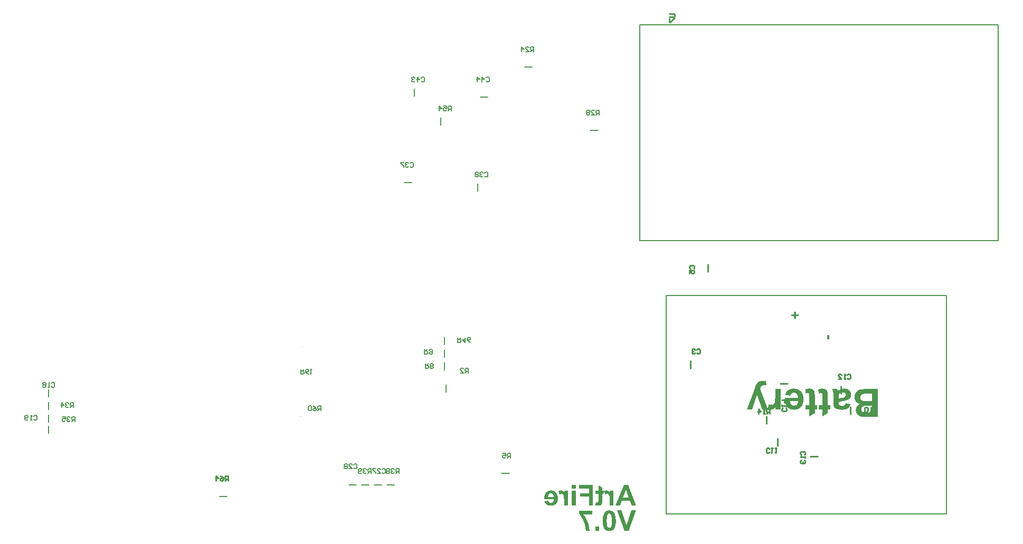
<source format=gbo>
%FSLAX25Y25*%
%MOIN*%
G70*
G01*
G75*
G04 Layer_Color=32896*
%ADD10R,0.02362X0.05512*%
%ADD11R,0.02362X0.07087*%
G04:AMPARAMS|DCode=12|XSize=74.8mil|YSize=125.98mil|CornerRadius=0mil|HoleSize=0mil|Usage=FLASHONLY|Rotation=180.000|XOffset=0mil|YOffset=0mil|HoleType=Round|Shape=Octagon|*
%AMOCTAGOND12*
4,1,8,0.01870,-0.06299,-0.01870,-0.06299,-0.03740,-0.04429,-0.03740,0.04429,-0.01870,0.06299,0.01870,0.06299,0.03740,0.04429,0.03740,-0.04429,0.01870,-0.06299,0.0*
%
%ADD12OCTAGOND12*%

%ADD13R,0.16339X0.07284*%
%ADD14R,0.08465X0.11221*%
%ADD15R,0.11221X0.08465*%
%ADD16R,0.04724X0.05512*%
%ADD17R,0.05512X0.04724*%
%ADD18R,0.06693X0.06693*%
%ADD19R,0.21654X0.09843*%
%ADD20O,0.05709X0.02362*%
%ADD21R,0.09921X0.13425*%
%ADD22R,0.02362X0.04134*%
%ADD23O,0.00984X0.06102*%
%ADD24O,0.06102X0.00984*%
%ADD25R,0.03150X0.07874*%
%ADD26R,0.07087X0.09449*%
%ADD27R,0.03543X0.03740*%
%ADD28R,0.02362X0.03347*%
%ADD29R,0.40945X0.31496*%
%ADD30R,0.03937X0.11417*%
%ADD31R,0.09449X0.07087*%
G04:AMPARAMS|DCode=32|XSize=25.59mil|YSize=64.96mil|CornerRadius=1.92mil|HoleSize=0mil|Usage=FLASHONLY|Rotation=0.000|XOffset=0mil|YOffset=0mil|HoleType=Round|Shape=RoundedRectangle|*
%AMROUNDEDRECTD32*
21,1,0.02559,0.06112,0,0,0.0*
21,1,0.02175,0.06496,0,0,0.0*
1,1,0.00384,0.01088,-0.03056*
1,1,0.00384,-0.01088,-0.03056*
1,1,0.00384,-0.01088,0.03056*
1,1,0.00384,0.01088,0.03056*
%
%ADD32ROUNDEDRECTD32*%
%ADD33O,0.02756X0.09843*%
G04:AMPARAMS|DCode=34|XSize=11.81mil|YSize=59.06mil|CornerRadius=2.95mil|HoleSize=0mil|Usage=FLASHONLY|Rotation=0.000|XOffset=0mil|YOffset=0mil|HoleType=Round|Shape=RoundedRectangle|*
%AMROUNDEDRECTD34*
21,1,0.01181,0.05315,0,0,0.0*
21,1,0.00591,0.05906,0,0,0.0*
1,1,0.00591,0.00295,-0.02658*
1,1,0.00591,-0.00295,-0.02658*
1,1,0.00591,-0.00295,0.02658*
1,1,0.00591,0.00295,0.02658*
%
%ADD34ROUNDEDRECTD34*%
G04:AMPARAMS|DCode=35|XSize=11.81mil|YSize=59.06mil|CornerRadius=2.95mil|HoleSize=0mil|Usage=FLASHONLY|Rotation=270.000|XOffset=0mil|YOffset=0mil|HoleType=Round|Shape=RoundedRectangle|*
%AMROUNDEDRECTD35*
21,1,0.01181,0.05315,0,0,270.0*
21,1,0.00591,0.05906,0,0,270.0*
1,1,0.00591,-0.02658,-0.00295*
1,1,0.00591,-0.02658,0.00295*
1,1,0.00591,0.02658,0.00295*
1,1,0.00591,0.02658,-0.00295*
%
%ADD35ROUNDEDRECTD35*%
%ADD36R,0.09449X0.12992*%
%ADD37R,0.09449X0.03937*%
%ADD38O,0.08661X0.02362*%
%ADD39R,0.07874X0.02992*%
%ADD40O,0.08858X0.02362*%
%ADD41R,0.02362X0.04528*%
%ADD42R,0.03543X0.07087*%
%ADD43R,0.21654X0.23228*%
%ADD44R,0.04528X0.02362*%
%ADD45R,0.19685X0.31496*%
%ADD46R,0.20276X0.09252*%
%ADD47R,0.09843X0.05512*%
%ADD48R,0.07874X0.03150*%
%ADD49R,0.05118X0.03937*%
%ADD50R,0.13780X0.13780*%
%ADD51O,0.07480X0.02362*%
%ADD52C,0.02000*%
%ADD53C,0.01000*%
%ADD54C,0.02500*%
%ADD55C,0.04000*%
%ADD56C,0.10000*%
%ADD57C,0.12000*%
%ADD58C,0.05000*%
%ADD59R,0.12000X0.04000*%
%ADD60C,0.09000*%
%ADD61C,0.07874*%
%ADD62C,0.06299*%
%ADD63C,0.05906*%
%ADD64R,0.05906X0.05906*%
%ADD65R,0.05906X0.05906*%
%ADD66C,0.11811*%
%ADD67C,0.19685*%
%ADD68R,0.07874X0.07874*%
%ADD69O,0.07874X0.03937*%
%ADD70O,0.07874X0.03937*%
%ADD71C,0.10000*%
%ADD72C,0.11000*%
%ADD73C,0.15748*%
%ADD74C,0.07284*%
%ADD75R,0.07284X0.07284*%
%ADD76C,0.01969*%
%ADD77C,0.01600*%
%ADD78C,0.03000*%
%ADD79C,0.05000*%
%ADD80C,0.02400*%
%ADD81C,0.04000*%
%ADD82C,0.01500*%
%ADD83C,0.03600*%
%ADD84C,0.06000*%
%ADD85C,0.07000*%
%ADD86R,0.02165X0.03543*%
%ADD87R,0.12598X0.20472*%
%ADD88R,0.26000X0.07090*%
%ADD89R,0.26000X0.05438*%
%ADD90R,0.13000X0.05000*%
%ADD91R,0.06500X0.13000*%
%ADD92C,0.00984*%
%ADD93C,0.02362*%
%ADD94C,0.01969*%
%ADD95C,0.00787*%
%ADD96C,0.00600*%
%ADD97C,0.00800*%
%ADD98R,0.03162X0.06312*%
%ADD99R,0.03162X0.07887*%
G04:AMPARAMS|DCode=100|XSize=82.8mil|YSize=133.98mil|CornerRadius=0mil|HoleSize=0mil|Usage=FLASHONLY|Rotation=180.000|XOffset=0mil|YOffset=0mil|HoleType=Round|Shape=Octagon|*
%AMOCTAGOND100*
4,1,8,0.02070,-0.06699,-0.02070,-0.06699,-0.04140,-0.04629,-0.04140,0.04629,-0.02070,0.06699,0.02070,0.06699,0.04140,0.04629,0.04140,-0.04629,0.02070,-0.06699,0.0*
%
%ADD100OCTAGOND100*%

%ADD101R,0.17139X0.08083*%
%ADD102R,0.09265X0.12020*%
%ADD103R,0.12020X0.09265*%
%ADD104R,0.05524X0.06312*%
%ADD105R,0.06312X0.05524*%
%ADD106R,0.07493X0.07493*%
%ADD107R,0.22453X0.10642*%
%ADD108O,0.06509X0.03162*%
%ADD109R,0.10721X0.14225*%
%ADD110R,0.03162X0.04934*%
%ADD111O,0.01784X0.06902*%
%ADD112O,0.06902X0.01784*%
%ADD113R,0.03950X0.08674*%
%ADD114R,0.07887X0.10249*%
%ADD115R,0.04343X0.04540*%
%ADD116R,0.03162X0.04147*%
%ADD117R,0.41745X0.32296*%
%ADD118R,0.04737X0.12217*%
%ADD119R,0.10249X0.07887*%
G04:AMPARAMS|DCode=120|XSize=33.59mil|YSize=72.96mil|CornerRadius=5.92mil|HoleSize=0mil|Usage=FLASHONLY|Rotation=0.000|XOffset=0mil|YOffset=0mil|HoleType=Round|Shape=RoundedRectangle|*
%AMROUNDEDRECTD120*
21,1,0.03359,0.06112,0,0,0.0*
21,1,0.02175,0.07296,0,0,0.0*
1,1,0.01184,0.01088,-0.03056*
1,1,0.01184,-0.01088,-0.03056*
1,1,0.01184,-0.01088,0.03056*
1,1,0.01184,0.01088,0.03056*
%
%ADD120ROUNDEDRECTD120*%
%ADD121O,0.03556X0.10642*%
G04:AMPARAMS|DCode=122|XSize=19.81mil|YSize=67.06mil|CornerRadius=6.95mil|HoleSize=0mil|Usage=FLASHONLY|Rotation=0.000|XOffset=0mil|YOffset=0mil|HoleType=Round|Shape=RoundedRectangle|*
%AMROUNDEDRECTD122*
21,1,0.01981,0.05315,0,0,0.0*
21,1,0.00591,0.06706,0,0,0.0*
1,1,0.01391,0.00295,-0.02658*
1,1,0.01391,-0.00295,-0.02658*
1,1,0.01391,-0.00295,0.02658*
1,1,0.01391,0.00295,0.02658*
%
%ADD122ROUNDEDRECTD122*%
G04:AMPARAMS|DCode=123|XSize=19.81mil|YSize=67.06mil|CornerRadius=6.95mil|HoleSize=0mil|Usage=FLASHONLY|Rotation=270.000|XOffset=0mil|YOffset=0mil|HoleType=Round|Shape=RoundedRectangle|*
%AMROUNDEDRECTD123*
21,1,0.01981,0.05315,0,0,270.0*
21,1,0.00591,0.06706,0,0,270.0*
1,1,0.01391,-0.02658,-0.00295*
1,1,0.01391,-0.02658,0.00295*
1,1,0.01391,0.02658,0.00295*
1,1,0.01391,0.02658,-0.00295*
%
%ADD123ROUNDEDRECTD123*%
%ADD124R,0.10249X0.13792*%
%ADD125R,0.10249X0.04737*%
%ADD126O,0.09461X0.03162*%
%ADD127R,0.08674X0.03792*%
%ADD128O,0.09658X0.03162*%
%ADD129R,0.03162X0.05328*%
%ADD130R,0.04343X0.07887*%
%ADD131R,0.22453X0.24028*%
%ADD132R,0.05328X0.03162*%
%ADD133R,0.20485X0.32296*%
%ADD134R,0.21076X0.10052*%
%ADD135R,0.10642X0.06312*%
%ADD136R,0.08674X0.03950*%
%ADD137R,0.05918X0.04737*%
%ADD138R,0.14579X0.14579*%
%ADD139O,0.08280X0.03162*%
%ADD140C,0.09800*%
%ADD141C,0.08674*%
%ADD142C,0.07099*%
%ADD143C,0.06706*%
%ADD144R,0.06706X0.06706*%
%ADD145R,0.06706X0.06706*%
%ADD146C,0.12611*%
%ADD147C,0.20485*%
%ADD148R,0.08674X0.08674*%
%ADD149O,0.08674X0.04737*%
%ADD150O,0.08674X0.04737*%
%ADD151C,0.10800*%
%ADD152C,0.11800*%
%ADD153C,0.16548*%
%ADD154C,0.08083*%
%ADD155R,0.08083X0.08083*%
%ADD156R,0.02965X0.04343*%
%ADD157C,0.00394*%
G36*
X417000Y-314000D02*
X414269D01*
X413204Y-311084D01*
X408081D01*
X406971Y-314000D01*
X404147D01*
X409270Y-301178D01*
X412016D01*
X417000Y-314000D01*
D02*
G37*
G36*
X393824Y-330000D02*
X391371D01*
Y-327547D01*
X393824D01*
Y-330000D01*
D02*
G37*
G36*
X412417D02*
X409624D01*
X405057Y-317178D01*
X407819D01*
X410951Y-326667D01*
X414207Y-317178D01*
X417000D01*
X412417Y-330000D01*
D02*
G37*
G36*
X518046Y-193316D02*
X519703D01*
Y-194434D01*
X518046D01*
Y-196115D01*
X516897D01*
Y-194434D01*
X515239D01*
Y-193316D01*
X516897D01*
Y-191636D01*
X518046D01*
Y-193316D01*
D02*
G37*
G36*
X538925Y-208915D02*
X537699D01*
Y-206509D01*
X538925D01*
Y-208915D01*
D02*
G37*
G36*
X363813Y-304526D02*
X364137Y-304572D01*
X364430Y-304634D01*
X364723Y-304711D01*
X364985Y-304819D01*
X365248Y-304927D01*
X365479Y-305051D01*
X365680Y-305159D01*
X365865Y-305282D01*
X366035Y-305405D01*
X366174Y-305514D01*
X366297Y-305622D01*
X366390Y-305699D01*
X366451Y-305760D01*
X366498Y-305807D01*
X366513Y-305822D01*
X366729Y-306084D01*
X366914Y-306347D01*
X367069Y-306640D01*
X367207Y-306948D01*
X367331Y-307242D01*
X367423Y-307550D01*
X367501Y-307843D01*
X367562Y-308121D01*
X367609Y-308399D01*
X367655Y-308646D01*
X367686Y-308877D01*
X367701Y-309062D01*
Y-309232D01*
X367717Y-309340D01*
Y-309417D01*
Y-309448D01*
X367701Y-309803D01*
X367670Y-310142D01*
X367639Y-310451D01*
X367578Y-310760D01*
X367501Y-311037D01*
X367423Y-311300D01*
X367346Y-311547D01*
X367254Y-311763D01*
X367177Y-311963D01*
X367099Y-312133D01*
X367022Y-312287D01*
X366945Y-312411D01*
X366883Y-312519D01*
X366852Y-312580D01*
X366822Y-312627D01*
X366806Y-312642D01*
X366575Y-312920D01*
X366312Y-313167D01*
X366050Y-313367D01*
X365757Y-313552D01*
X365464Y-313707D01*
X365155Y-313830D01*
X364862Y-313938D01*
X364569Y-314015D01*
X364307Y-314077D01*
X364044Y-314139D01*
X363813Y-314170D01*
X363612Y-314185D01*
X363442Y-314201D01*
X363319Y-314216D01*
X363211D01*
X362933Y-314201D01*
X362655Y-314185D01*
X362162Y-314108D01*
X361946Y-314062D01*
X361730Y-314000D01*
X361545Y-313938D01*
X361359Y-313861D01*
X361205Y-313799D01*
X361066Y-313738D01*
X360943Y-313676D01*
X360850Y-313630D01*
X360773Y-313583D01*
X360711Y-313552D01*
X360681Y-313522D01*
X360665D01*
X360480Y-313383D01*
X360310Y-313229D01*
X360002Y-312905D01*
X359739Y-312565D01*
X359539Y-312241D01*
X359369Y-311932D01*
X359307Y-311809D01*
X359261Y-311685D01*
X359215Y-311593D01*
X359184Y-311531D01*
X359168Y-311485D01*
Y-311470D01*
X361622Y-311053D01*
X361714Y-311300D01*
X361807Y-311516D01*
X361915Y-311685D01*
X362007Y-311824D01*
X362100Y-311932D01*
X362177Y-312010D01*
X362224Y-312056D01*
X362239Y-312071D01*
X362393Y-312179D01*
X362547Y-312256D01*
X362717Y-312303D01*
X362856Y-312334D01*
X362995Y-312364D01*
X363103Y-312380D01*
X363196D01*
X363504Y-312349D01*
X363782Y-312287D01*
X364013Y-312195D01*
X364229Y-312071D01*
X364384Y-311963D01*
X364507Y-311871D01*
X364584Y-311809D01*
X364615Y-311778D01*
X364800Y-311531D01*
X364955Y-311253D01*
X365047Y-310976D01*
X365124Y-310698D01*
X365171Y-310451D01*
X365186Y-310343D01*
Y-310250D01*
X365201Y-310173D01*
Y-310112D01*
Y-310081D01*
Y-310065D01*
X359045D01*
Y-309556D01*
X359076Y-309078D01*
X359138Y-308630D01*
X359199Y-308229D01*
X359292Y-307843D01*
X359384Y-307504D01*
X359492Y-307195D01*
X359600Y-306918D01*
X359708Y-306671D01*
X359816Y-306470D01*
X359924Y-306285D01*
X360017Y-306146D01*
X360094Y-306023D01*
X360156Y-305945D01*
X360187Y-305899D01*
X360202Y-305884D01*
X360434Y-305637D01*
X360681Y-305436D01*
X360943Y-305251D01*
X361221Y-305097D01*
X361483Y-304958D01*
X361761Y-304850D01*
X362023Y-304757D01*
X362285Y-304680D01*
X362532Y-304619D01*
X362748Y-304588D01*
X362949Y-304557D01*
X363134Y-304526D01*
X363273D01*
X363381Y-304511D01*
X363473D01*
X363813Y-304526D01*
D02*
G37*
G36*
X395707Y-302859D02*
Y-304711D01*
X396833D01*
Y-306671D01*
X395707D01*
Y-310729D01*
Y-310960D01*
Y-311176D01*
Y-311377D01*
X395691Y-311547D01*
Y-311716D01*
X395676Y-311855D01*
Y-311979D01*
X395660Y-312087D01*
Y-312256D01*
X395645Y-312364D01*
X395629Y-312442D01*
Y-312457D01*
X395583Y-312673D01*
X395537Y-312874D01*
X395475Y-313028D01*
X395429Y-313167D01*
X395367Y-313290D01*
X395336Y-313367D01*
X395305Y-313414D01*
X395290Y-313429D01*
X395182Y-313552D01*
X395058Y-313661D01*
X394935Y-313769D01*
X394812Y-313846D01*
X394704Y-313907D01*
X394611Y-313954D01*
X394534Y-313985D01*
X394518Y-314000D01*
X394318Y-314077D01*
X394102Y-314123D01*
X393901Y-314170D01*
X393716Y-314185D01*
X393546Y-314201D01*
X393423Y-314216D01*
X393315D01*
X392914Y-314201D01*
X392559Y-314154D01*
X392219Y-314108D01*
X391942Y-314031D01*
X391695Y-313969D01*
X391602Y-313938D01*
X391525Y-313923D01*
X391463Y-313892D01*
X391417Y-313877D01*
X391386Y-313861D01*
X391371D01*
X391587Y-311948D01*
X391818Y-312025D01*
X392019Y-312087D01*
X392189Y-312118D01*
X392327Y-312148D01*
X392435Y-312164D01*
X392513Y-312179D01*
X392574D01*
X392744Y-312164D01*
X392867Y-312118D01*
X392960Y-312087D01*
X392975Y-312071D01*
X392991D01*
X393099Y-311963D01*
X393161Y-311871D01*
X393192Y-311793D01*
X393207Y-311763D01*
Y-311716D01*
X393222Y-311639D01*
Y-311562D01*
X393238Y-311470D01*
Y-311253D01*
X393253Y-311022D01*
Y-310791D01*
Y-310605D01*
Y-310528D01*
Y-310467D01*
Y-310436D01*
Y-310420D01*
Y-306671D01*
X391571D01*
Y-304711D01*
X393253D01*
Y-301425D01*
X395707Y-302859D01*
D02*
G37*
G36*
X378934Y-303446D02*
X376481D01*
Y-301178D01*
X378934D01*
Y-303446D01*
D02*
G37*
G36*
X389380Y-319631D02*
X383810D01*
X384119Y-320048D01*
X384427Y-320480D01*
X384705Y-320896D01*
X384967Y-321328D01*
X385214Y-321745D01*
X385446Y-322162D01*
X385662Y-322563D01*
X385847Y-322933D01*
X386017Y-323272D01*
X386171Y-323597D01*
X386294Y-323874D01*
X386402Y-324121D01*
X386479Y-324322D01*
X386541Y-324461D01*
X386572Y-324553D01*
X386588Y-324569D01*
Y-324584D01*
X386773Y-325093D01*
X386927Y-325602D01*
X387066Y-326112D01*
X387189Y-326590D01*
X387297Y-327068D01*
X387390Y-327516D01*
X387452Y-327932D01*
X387513Y-328334D01*
X387560Y-328689D01*
X387590Y-329012D01*
X387621Y-329306D01*
X387637Y-329537D01*
X387652Y-329738D01*
X387668Y-329877D01*
Y-329969D01*
Y-329985D01*
Y-330000D01*
X385291D01*
X385276Y-329352D01*
X385214Y-328689D01*
X385122Y-328040D01*
X385075Y-327732D01*
X385029Y-327454D01*
X384983Y-327176D01*
X384921Y-326929D01*
X384875Y-326713D01*
X384844Y-326528D01*
X384798Y-326374D01*
X384782Y-326251D01*
X384751Y-326189D01*
Y-326158D01*
X384520Y-325356D01*
X384381Y-324985D01*
X384258Y-324615D01*
X384119Y-324260D01*
X383980Y-323921D01*
X383841Y-323597D01*
X383717Y-323303D01*
X383594Y-323041D01*
X383486Y-322810D01*
X383378Y-322594D01*
X383285Y-322424D01*
X383224Y-322270D01*
X383162Y-322177D01*
X383131Y-322100D01*
X383116Y-322084D01*
X382915Y-321729D01*
X382715Y-321406D01*
X382514Y-321097D01*
X382329Y-320819D01*
X382144Y-320557D01*
X381974Y-320310D01*
X381804Y-320094D01*
X381650Y-319893D01*
X381496Y-319724D01*
X381372Y-319569D01*
X381264Y-319430D01*
X381171Y-319322D01*
X381094Y-319245D01*
X381033Y-319184D01*
X381002Y-319153D01*
X380986Y-319137D01*
Y-317347D01*
X389380D01*
Y-319631D01*
D02*
G37*
G36*
X400490Y-317147D02*
X400814Y-317193D01*
X401107Y-317255D01*
X401385Y-317332D01*
X401647Y-317440D01*
X401894Y-317548D01*
X402110Y-317671D01*
X402295Y-317779D01*
X402480Y-317903D01*
X402619Y-318026D01*
X402758Y-318134D01*
X402866Y-318242D01*
X402943Y-318320D01*
X403005Y-318381D01*
X403036Y-318427D01*
X403051Y-318443D01*
X403267Y-318767D01*
X403468Y-319122D01*
X403638Y-319523D01*
X403777Y-319940D01*
X403900Y-320356D01*
X403993Y-320804D01*
X404085Y-321236D01*
X404147Y-321652D01*
X404193Y-322054D01*
X404239Y-322424D01*
X404255Y-322779D01*
X404286Y-323072D01*
Y-323319D01*
X404301Y-323411D01*
Y-323504D01*
Y-323566D01*
Y-323612D01*
Y-323643D01*
Y-323658D01*
X404286Y-324322D01*
X404255Y-324939D01*
X404193Y-325494D01*
X404116Y-326019D01*
X404039Y-326482D01*
X403946Y-326899D01*
X403838Y-327269D01*
X403730Y-327608D01*
X403622Y-327886D01*
X403514Y-328133D01*
X403422Y-328334D01*
X403344Y-328503D01*
X403267Y-328627D01*
X403206Y-328719D01*
X403175Y-328766D01*
X403159Y-328781D01*
X402943Y-329028D01*
X402696Y-329259D01*
X402450Y-329445D01*
X402203Y-329614D01*
X401956Y-329753D01*
X401709Y-329861D01*
X401462Y-329954D01*
X401230Y-330031D01*
X400999Y-330093D01*
X400799Y-330139D01*
X400613Y-330170D01*
X400459Y-330201D01*
X400336D01*
X400228Y-330216D01*
X400150D01*
X399811Y-330201D01*
X399487Y-330154D01*
X399194Y-330093D01*
X398916Y-330015D01*
X398654Y-329907D01*
X398407Y-329799D01*
X398191Y-329691D01*
X398006Y-329568D01*
X397820Y-329445D01*
X397682Y-329337D01*
X397543Y-329213D01*
X397435Y-329120D01*
X397358Y-329043D01*
X397296Y-328982D01*
X397265Y-328935D01*
X397250Y-328920D01*
X397034Y-328596D01*
X396833Y-328241D01*
X396663Y-327840D01*
X396524Y-327423D01*
X396401Y-326991D01*
X396293Y-326559D01*
X396216Y-326127D01*
X396139Y-325695D01*
X396092Y-325294D01*
X396046Y-324923D01*
X396015Y-324584D01*
X396000Y-324275D01*
Y-324029D01*
X395984Y-323936D01*
Y-323843D01*
Y-323782D01*
Y-323735D01*
Y-323705D01*
Y-323689D01*
X396000Y-323026D01*
X396031Y-322424D01*
X396092Y-321853D01*
X396185Y-321344D01*
X396277Y-320865D01*
X396386Y-320433D01*
X396494Y-320048D01*
X396602Y-319708D01*
X396725Y-319415D01*
X396833Y-319168D01*
X396941Y-318952D01*
X397034Y-318782D01*
X397111Y-318643D01*
X397172Y-318551D01*
X397219Y-318489D01*
X397234Y-318474D01*
X397435Y-318242D01*
X397666Y-318026D01*
X397898Y-317857D01*
X398129Y-317702D01*
X398376Y-317563D01*
X398623Y-317455D01*
X398854Y-317363D01*
X399086Y-317301D01*
X399302Y-317239D01*
X399502Y-317209D01*
X399688Y-317178D01*
X399842Y-317147D01*
X399965D01*
X400073Y-317131D01*
X400150D01*
X400490Y-317147D01*
D02*
G37*
G36*
X378934Y-314000D02*
X376481D01*
Y-304711D01*
X378934D01*
Y-314000D01*
D02*
G37*
G36*
X389843D02*
X387251D01*
Y-308553D01*
X381897D01*
Y-306393D01*
X387251D01*
Y-303338D01*
X381048D01*
Y-301178D01*
X389843D01*
Y-314000D01*
D02*
G37*
G36*
X369892Y-304526D02*
X370093Y-304557D01*
X370278Y-304603D01*
X370448Y-304649D01*
X370571Y-304711D01*
X370679Y-304757D01*
X370741Y-304788D01*
X370756Y-304804D01*
X370926Y-304943D01*
X371111Y-305112D01*
X371281Y-305328D01*
X371451Y-305529D01*
X371589Y-305730D01*
X371697Y-305884D01*
X371728Y-305945D01*
X371759Y-305992D01*
X371790Y-306023D01*
Y-304711D01*
X374074D01*
Y-314000D01*
X371620D01*
Y-311145D01*
Y-310713D01*
X371605Y-310328D01*
Y-309973D01*
X371589Y-309649D01*
X371574Y-309371D01*
X371559Y-309109D01*
X371543Y-308893D01*
X371512Y-308692D01*
X371497Y-308522D01*
X371481Y-308383D01*
X371466Y-308276D01*
X371451Y-308183D01*
X371435Y-308106D01*
Y-308060D01*
X371420Y-308044D01*
Y-308029D01*
X371343Y-307766D01*
X371250Y-307550D01*
X371158Y-307381D01*
X371065Y-307242D01*
X370988Y-307134D01*
X370926Y-307072D01*
X370880Y-307026D01*
X370864Y-307010D01*
X370725Y-306918D01*
X370571Y-306840D01*
X370417Y-306794D01*
X370278Y-306748D01*
X370170Y-306733D01*
X370062Y-306717D01*
X369985D01*
X369784Y-306733D01*
X369568Y-306779D01*
X369383Y-306856D01*
X369198Y-306918D01*
X369044Y-306995D01*
X368936Y-307072D01*
X368858Y-307118D01*
X368828Y-307134D01*
X368056Y-304989D01*
X368349Y-304835D01*
X368642Y-304711D01*
X368920Y-304634D01*
X369167Y-304572D01*
X369368Y-304541D01*
X369537Y-304511D01*
X369676D01*
X369892Y-304526D01*
D02*
G37*
G36*
X497546Y-235346D02*
X497780D01*
X498056Y-235367D01*
X498375Y-235409D01*
X499077Y-235537D01*
X499374Y-238194D01*
X499332D01*
X499247Y-238173D01*
X499098Y-238152D01*
X498907Y-238109D01*
X498673Y-238088D01*
X498439Y-238046D01*
X497950Y-238024D01*
X497844D01*
X497758Y-238046D01*
X497546Y-238067D01*
X497291Y-238109D01*
X497014Y-238194D01*
X496738Y-238322D01*
X496462Y-238492D01*
X496228Y-238726D01*
X496207Y-238769D01*
X496143Y-238854D01*
X496036Y-239002D01*
X495909Y-239194D01*
X495760Y-239449D01*
X495611Y-239746D01*
X495484Y-240087D01*
X495356Y-240469D01*
X500046Y-252893D01*
X501096Y-249973D01*
X501139Y-249994D01*
X501245Y-250058D01*
X501394Y-250164D01*
X501607Y-250270D01*
X501862Y-250355D01*
X502117Y-250462D01*
X502415Y-250525D01*
X502691Y-250547D01*
X502797D01*
X502946Y-250525D01*
X503095Y-250504D01*
X503286Y-250440D01*
X503499Y-250377D01*
X503711Y-250270D01*
X503903Y-250143D01*
X503924Y-250121D01*
X503988Y-250058D01*
X504073Y-249973D01*
X504179Y-249824D01*
X504307Y-249632D01*
X504434Y-249398D01*
X504562Y-249101D01*
X504668Y-248740D01*
Y-248718D01*
X504689Y-248697D01*
Y-248633D01*
X504711Y-248527D01*
X504732Y-248399D01*
X504753Y-248251D01*
X504774Y-248059D01*
X504796Y-247825D01*
X504838Y-247549D01*
X504859Y-247251D01*
X504881Y-246890D01*
X504902Y-246507D01*
X504923Y-246061D01*
Y-245572D01*
X504944Y-245040D01*
Y-244445D01*
Y-240512D01*
X508325D01*
Y-253310D01*
X505178D01*
Y-251503D01*
X505136Y-251546D01*
X505093Y-251610D01*
X505051Y-251695D01*
X504902Y-251907D01*
X504711Y-252184D01*
X504477Y-252460D01*
X504243Y-252758D01*
X503988Y-252992D01*
X503754Y-253183D01*
X503733Y-253204D01*
X503648Y-253247D01*
X503499Y-253310D01*
X503329Y-253395D01*
X503095Y-253459D01*
X502840Y-253523D01*
X502563Y-253566D01*
X502266Y-253587D01*
X502074D01*
X501840Y-253544D01*
X501564Y-253502D01*
X501224Y-253417D01*
X500841Y-253310D01*
X500437Y-253140D01*
X500065Y-252944D01*
X500203Y-253310D01*
X496610D01*
X493570Y-244211D01*
X490573Y-253310D01*
X487065D01*
X491593Y-241001D01*
X492401Y-238769D01*
Y-238747D01*
X492422Y-238726D01*
X492486Y-238577D01*
X492571Y-238386D01*
X492677Y-238152D01*
X492805Y-237876D01*
X492954Y-237578D01*
X493103Y-237323D01*
X493251Y-237068D01*
X493273Y-237047D01*
X493315Y-236962D01*
X493400Y-236855D01*
X493528Y-236728D01*
X493655Y-236579D01*
X493825Y-236409D01*
X493996Y-236260D01*
X494187Y-236111D01*
X494208Y-236090D01*
X494272Y-236047D01*
X494378Y-235983D01*
X494527Y-235898D01*
X494718Y-235813D01*
X494931Y-235707D01*
X495186Y-235622D01*
X495463Y-235537D01*
X495505D01*
X495590Y-235494D01*
X495760Y-235473D01*
X495973Y-235431D01*
X496228Y-235388D01*
X496504Y-235367D01*
X496844Y-235324D01*
X497355D01*
X497546Y-235346D01*
D02*
G37*
G36*
X548974Y-240235D02*
X549144Y-240257D01*
X549335Y-240278D01*
X549548Y-240299D01*
X549782Y-240342D01*
X550292Y-240469D01*
X550802Y-240661D01*
X551057Y-240788D01*
X551312Y-240937D01*
X551546Y-241086D01*
X551780Y-241277D01*
X551801Y-241299D01*
X551823Y-241320D01*
X551887Y-241384D01*
X551950Y-241469D01*
X552035Y-241575D01*
X552142Y-241702D01*
X552333Y-242021D01*
X552546Y-242404D01*
X552737Y-242872D01*
X552865Y-243382D01*
X552886Y-243680D01*
X552907Y-243977D01*
Y-243999D01*
Y-244020D01*
Y-244084D01*
Y-244169D01*
X552886Y-244360D01*
X552843Y-244636D01*
X552779Y-244934D01*
X552694Y-245253D01*
X552567Y-245593D01*
X552397Y-245912D01*
X552376Y-245954D01*
X552312Y-246061D01*
X552184Y-246210D01*
X552014Y-246401D01*
X551823Y-246614D01*
X551568Y-246826D01*
X551291Y-247017D01*
X550951Y-247209D01*
X550930D01*
X550909Y-247230D01*
X550845Y-247251D01*
X550781Y-247294D01*
X550675Y-247336D01*
X550568Y-247379D01*
X550271Y-247485D01*
X549888Y-247613D01*
X549420Y-247740D01*
X548868Y-247868D01*
X548251Y-247995D01*
X548230D01*
X548145Y-248017D01*
X548017Y-248038D01*
X547868Y-248080D01*
X547677Y-248102D01*
X547464Y-248165D01*
X547209Y-248208D01*
X546954Y-248272D01*
X546401Y-248399D01*
X545870Y-248548D01*
X545615Y-248612D01*
X545360Y-248697D01*
X545147Y-248761D01*
X544956Y-248846D01*
Y-249165D01*
Y-249186D01*
Y-249207D01*
Y-249335D01*
X544977Y-249505D01*
X545019Y-249717D01*
X545083Y-249930D01*
X545168Y-250164D01*
X545275Y-250377D01*
X545445Y-250568D01*
X545466Y-250589D01*
X545551Y-250632D01*
X545679Y-250695D01*
X545849Y-250781D01*
X546104Y-250866D01*
X546423Y-250929D01*
X546827Y-250972D01*
X547294Y-250993D01*
X547443D01*
X547613Y-250972D01*
X547805Y-250951D01*
X548038Y-250908D01*
X548272Y-250844D01*
X548506Y-250759D01*
X548719Y-250632D01*
X548740Y-250610D01*
X548804Y-250568D01*
X548889Y-250462D01*
X549016Y-250334D01*
X549144Y-250164D01*
X549271Y-249951D01*
X549399Y-249696D01*
X549527Y-249377D01*
X552567Y-249930D01*
Y-249951D01*
X552546Y-250015D01*
X552503Y-250100D01*
X552460Y-250228D01*
X552418Y-250377D01*
X552333Y-250568D01*
X552163Y-250972D01*
X551908Y-251418D01*
X551610Y-251865D01*
X551227Y-252290D01*
X551036Y-252502D01*
X550802Y-252673D01*
X550781Y-252694D01*
X550738Y-252715D01*
X550675Y-252758D01*
X550568Y-252821D01*
X550420Y-252885D01*
X550271Y-252970D01*
X550079Y-253055D01*
X549846Y-253140D01*
X549590Y-253225D01*
X549314Y-253289D01*
X549016Y-253374D01*
X548676Y-253438D01*
X548294Y-253502D01*
X547890Y-253544D01*
X547464Y-253587D01*
X546657D01*
X546465Y-253566D01*
X546253D01*
X545997Y-253544D01*
X545742Y-253523D01*
X545211Y-253459D01*
X544658Y-253353D01*
X544127Y-253225D01*
X543871Y-253140D01*
X543659Y-253034D01*
X543638D01*
X543616Y-253013D01*
X543468Y-252949D01*
X543276Y-252821D01*
X543042Y-252673D01*
X542787Y-252460D01*
X542511Y-252226D01*
X542277Y-251971D01*
X542086Y-251673D01*
X542064Y-251631D01*
X542043Y-251588D01*
X542022Y-251503D01*
X541979Y-251418D01*
X541937Y-251312D01*
X541894Y-251163D01*
X541852Y-250993D01*
X541809Y-250802D01*
X541767Y-250589D01*
X541724Y-250334D01*
X541682Y-250058D01*
X541660Y-249760D01*
X541639Y-249420D01*
X541618Y-249058D01*
Y-248654D01*
X541660Y-244700D01*
Y-244679D01*
Y-244636D01*
Y-244530D01*
Y-244424D01*
Y-244296D01*
Y-244126D01*
X541639Y-243765D01*
X541618Y-243361D01*
X541597Y-242935D01*
X541554Y-242553D01*
X541512Y-242213D01*
Y-242170D01*
X541469Y-242085D01*
X541427Y-241915D01*
X541363Y-241702D01*
X541278Y-241447D01*
X541172Y-241171D01*
X541044Y-240852D01*
X540895Y-240512D01*
X544233D01*
Y-240533D01*
X544254Y-240576D01*
X544297Y-240639D01*
X544339Y-240746D01*
X544382Y-240895D01*
X544446Y-241065D01*
X544509Y-241256D01*
X544573Y-241490D01*
Y-241511D01*
X544594Y-241532D01*
X544616Y-241660D01*
X544658Y-241788D01*
X544679Y-241894D01*
X544722Y-241851D01*
X544828Y-241745D01*
X544998Y-241596D01*
X545232Y-241426D01*
X545508Y-241213D01*
X545827Y-241001D01*
X546189Y-240788D01*
X546550Y-240618D01*
X546593Y-240597D01*
X546720Y-240554D01*
X546912Y-240491D01*
X547188Y-240427D01*
X547486Y-240342D01*
X547847Y-240278D01*
X548230Y-240235D01*
X548655Y-240214D01*
X548846D01*
X548974Y-240235D01*
D02*
G37*
G36*
X526948D02*
X527182Y-240257D01*
X527437Y-240278D01*
X527714Y-240342D01*
X528012Y-240406D01*
X528288Y-240512D01*
X528309Y-240533D01*
X528415Y-240576D01*
X528543Y-240639D01*
X528692Y-240724D01*
X528862Y-240831D01*
X529032Y-240980D01*
X529202Y-241128D01*
X529351Y-241299D01*
X529372Y-241320D01*
X529415Y-241384D01*
X529457Y-241490D01*
X529542Y-241660D01*
X529606Y-241851D01*
X529691Y-242064D01*
X529755Y-242340D01*
X529819Y-242638D01*
Y-242659D01*
X529840Y-242765D01*
X529861Y-242914D01*
Y-243148D01*
X529882Y-243297D01*
Y-243467D01*
X529904Y-243658D01*
Y-243892D01*
X529925Y-244126D01*
Y-244402D01*
Y-244700D01*
Y-245019D01*
Y-250610D01*
X531477D01*
Y-253310D01*
X529925D01*
Y-255862D01*
X526545Y-257839D01*
Y-253310D01*
X524227D01*
Y-250610D01*
X526545D01*
Y-245444D01*
Y-245423D01*
Y-245380D01*
Y-245295D01*
Y-245189D01*
Y-244934D01*
Y-244615D01*
X526523Y-244296D01*
Y-243999D01*
X526502Y-243871D01*
Y-243765D01*
X526481Y-243658D01*
Y-243595D01*
X526460Y-243552D01*
X526417Y-243446D01*
X526332Y-243318D01*
X526183Y-243169D01*
X526162D01*
X526141Y-243148D01*
X526013Y-243106D01*
X525843Y-243042D01*
X525609Y-243021D01*
X525524D01*
X525418Y-243042D01*
X525269Y-243063D01*
X525078Y-243106D01*
X524844Y-243148D01*
X524567Y-243233D01*
X524249Y-243339D01*
X523951Y-240703D01*
X523972D01*
X524015Y-240682D01*
X524078Y-240661D01*
X524163Y-240618D01*
X524270Y-240597D01*
X524397Y-240554D01*
X524738Y-240469D01*
X525120Y-240363D01*
X525588Y-240299D01*
X526077Y-240235D01*
X526630Y-240214D01*
X526778D01*
X526948Y-240235D01*
D02*
G37*
G36*
X569787Y-258179D02*
X562006D01*
X561560Y-258158D01*
X561050Y-258136D01*
X560539Y-258094D01*
X560050Y-258051D01*
X559838Y-258030D01*
X559625Y-257988D01*
X559583D01*
X559455Y-257945D01*
X559242Y-257903D01*
X559009Y-257839D01*
X558711Y-257733D01*
X558413Y-257605D01*
X558094Y-257456D01*
X557775Y-257265D01*
X557733Y-257243D01*
X557627Y-257158D01*
X557478Y-257031D01*
X557287Y-256882D01*
X557074Y-256669D01*
X556861Y-256414D01*
X556628Y-256117D01*
X556415Y-255777D01*
X556394Y-255734D01*
X556330Y-255607D01*
X556245Y-255436D01*
X556139Y-255181D01*
X556032Y-254884D01*
X555947Y-254522D01*
X555883Y-254139D01*
X555862Y-253736D01*
Y-253714D01*
Y-253672D01*
Y-253608D01*
Y-253523D01*
X555905Y-253289D01*
X555947Y-252970D01*
X556032Y-252630D01*
X556139Y-252247D01*
X556309Y-251843D01*
X556542Y-251439D01*
Y-251418D01*
X556564Y-251397D01*
X556670Y-251269D01*
X556819Y-251099D01*
X557010Y-250866D01*
X557265Y-250610D01*
X557584Y-250355D01*
X557946Y-250121D01*
X558350Y-249909D01*
X558328D01*
X558286Y-249887D01*
X558201Y-249866D01*
X558073Y-249824D01*
X557946Y-249760D01*
X557797Y-249696D01*
X557435Y-249526D01*
X557031Y-249313D01*
X556628Y-249037D01*
X556223Y-248697D01*
X555862Y-248293D01*
Y-248272D01*
X555820Y-248251D01*
X555777Y-248187D01*
X555735Y-248102D01*
X555650Y-247995D01*
X555586Y-247847D01*
X555416Y-247549D01*
X555267Y-247145D01*
X555118Y-246698D01*
X555033Y-246188D01*
X554990Y-245636D01*
Y-245614D01*
Y-245572D01*
Y-245508D01*
Y-245423D01*
X555012Y-245189D01*
X555054Y-244891D01*
X555139Y-244530D01*
X555224Y-244126D01*
X555373Y-243701D01*
X555564Y-243276D01*
Y-243254D01*
X555586Y-243233D01*
X555628Y-243169D01*
X555671Y-243084D01*
X555798Y-242893D01*
X555968Y-242638D01*
X556181Y-242340D01*
X556436Y-242043D01*
X556755Y-241745D01*
X557095Y-241469D01*
X557138Y-241447D01*
X557265Y-241362D01*
X557478Y-241235D01*
X557754Y-241107D01*
X558094Y-240958D01*
X558498Y-240831D01*
X558966Y-240703D01*
X559476Y-240618D01*
X559583D01*
X559668Y-240597D01*
X559944D01*
X560135Y-240576D01*
X560348D01*
X560624Y-240554D01*
X561283D01*
X561666Y-240533D01*
X562623D01*
X563176Y-240512D01*
X569787D01*
Y-258179D01*
D02*
G37*
G36*
X535155Y-240235D02*
X535389Y-240257D01*
X535644Y-240278D01*
X535920Y-240342D01*
X536218Y-240406D01*
X536494Y-240512D01*
X536516Y-240533D01*
X536622Y-240576D01*
X536749Y-240639D01*
X536898Y-240724D01*
X537068Y-240831D01*
X537238Y-240980D01*
X537408Y-241128D01*
X537557Y-241299D01*
X537578Y-241320D01*
X537621Y-241384D01*
X537664Y-241490D01*
X537749Y-241660D01*
X537812Y-241851D01*
X537897Y-242064D01*
X537961Y-242340D01*
X538025Y-242638D01*
Y-242659D01*
X538046Y-242765D01*
X538067Y-242914D01*
Y-243148D01*
X538089Y-243297D01*
Y-243467D01*
X538110Y-243658D01*
Y-243892D01*
X538131Y-244126D01*
Y-244402D01*
Y-244700D01*
Y-245019D01*
Y-250610D01*
X539683D01*
Y-253310D01*
X538131D01*
Y-255862D01*
X534751Y-257839D01*
Y-253310D01*
X532434D01*
Y-250610D01*
X534751D01*
Y-245444D01*
Y-245423D01*
Y-245380D01*
Y-245295D01*
Y-245189D01*
Y-244934D01*
Y-244615D01*
X534730Y-244296D01*
Y-243999D01*
X534708Y-243871D01*
Y-243765D01*
X534687Y-243658D01*
Y-243595D01*
X534666Y-243552D01*
X534623Y-243446D01*
X534538Y-243318D01*
X534389Y-243169D01*
X534368D01*
X534347Y-243148D01*
X534219Y-243106D01*
X534049Y-243042D01*
X533815Y-243021D01*
X533731D01*
X533624Y-243042D01*
X533475Y-243063D01*
X533284Y-243106D01*
X533050Y-243148D01*
X532774Y-243233D01*
X532455Y-243339D01*
X532157Y-240703D01*
X532178D01*
X532221Y-240682D01*
X532285Y-240661D01*
X532370Y-240618D01*
X532476Y-240597D01*
X532604Y-240554D01*
X532944Y-240469D01*
X533326Y-240363D01*
X533794Y-240299D01*
X534283Y-240235D01*
X534836Y-240214D01*
X534985D01*
X535155Y-240235D01*
D02*
G37*
G36*
X516978D02*
X517211Y-240257D01*
X517488Y-240278D01*
X517807Y-240320D01*
X518168Y-240406D01*
X518530Y-240491D01*
X518933Y-240597D01*
X519337Y-240746D01*
X519763Y-240916D01*
X520167Y-241128D01*
X520571Y-241384D01*
X520932Y-241660D01*
X521293Y-242000D01*
X521612Y-242383D01*
X521633Y-242404D01*
X521676Y-242468D01*
X521719Y-242553D01*
X521804Y-242702D01*
X521910Y-242872D01*
X522016Y-243084D01*
X522122Y-243318D01*
X522229Y-243595D01*
X522356Y-243892D01*
X522463Y-244232D01*
X522569Y-244594D01*
X522675Y-244976D01*
X522760Y-245402D01*
X522803Y-245827D01*
X522845Y-246295D01*
X522867Y-246784D01*
Y-246826D01*
Y-246932D01*
X522845Y-247081D01*
Y-247315D01*
X522824Y-247570D01*
X522782Y-247889D01*
X522718Y-248229D01*
X522654Y-248612D01*
X522569Y-248995D01*
X522463Y-249398D01*
X522335Y-249824D01*
X522165Y-250228D01*
X521974Y-250653D01*
X521761Y-251057D01*
X521506Y-251418D01*
X521208Y-251780D01*
X521187Y-251801D01*
X521123Y-251865D01*
X521038Y-251950D01*
X520911Y-252056D01*
X520741Y-252205D01*
X520549Y-252354D01*
X520315Y-252524D01*
X520060Y-252694D01*
X519784Y-252843D01*
X519465Y-253013D01*
X519104Y-253162D01*
X518742Y-253310D01*
X518338Y-253417D01*
X517934Y-253502D01*
X517488Y-253566D01*
X517020Y-253587D01*
X516892D01*
X516744Y-253566D01*
X516552D01*
X516297Y-253523D01*
X516021Y-253481D01*
X515723Y-253438D01*
X515383Y-253353D01*
X515022Y-253247D01*
X514660Y-253119D01*
X514278Y-252970D01*
X513916Y-252779D01*
X513533Y-252566D01*
X513172Y-252311D01*
X512832Y-252035D01*
X512513Y-251695D01*
X512492Y-251673D01*
X512449Y-251610D01*
X512364Y-251503D01*
X512258Y-251333D01*
X512130Y-251142D01*
X511981Y-250887D01*
X511833Y-250610D01*
X511684Y-250270D01*
X511535Y-249887D01*
X511386Y-249462D01*
X511259Y-248995D01*
X511131Y-248463D01*
X511046Y-247910D01*
X510961Y-247294D01*
X510919Y-246635D01*
Y-245933D01*
X519401D01*
Y-245912D01*
Y-245869D01*
Y-245784D01*
X519380Y-245678D01*
Y-245550D01*
X519359Y-245402D01*
X519295Y-245061D01*
X519189Y-244679D01*
X519061Y-244296D01*
X518849Y-243914D01*
X518593Y-243573D01*
X518551Y-243531D01*
X518444Y-243446D01*
X518274Y-243318D01*
X518062Y-243169D01*
X517764Y-242999D01*
X517445Y-242872D01*
X517063Y-242787D01*
X516637Y-242744D01*
X516510D01*
X516361Y-242765D01*
X516170Y-242808D01*
X515978Y-242850D01*
X515744Y-242914D01*
X515532Y-243021D01*
X515319Y-243169D01*
X515298Y-243191D01*
X515234Y-243254D01*
X515128Y-243361D01*
X515000Y-243510D01*
X514873Y-243701D01*
X514724Y-243935D01*
X514597Y-244232D01*
X514469Y-244572D01*
X511089Y-243999D01*
Y-243977D01*
X511110Y-243914D01*
X511152Y-243828D01*
X511216Y-243701D01*
X511280Y-243531D01*
X511365Y-243361D01*
X511599Y-242935D01*
X511875Y-242489D01*
X512237Y-242021D01*
X512662Y-241575D01*
X512896Y-241362D01*
X513151Y-241171D01*
X513172D01*
X513215Y-241128D01*
X513300Y-241086D01*
X513406Y-241022D01*
X513533Y-240958D01*
X513703Y-240873D01*
X513895Y-240788D01*
X514108Y-240703D01*
X514363Y-240597D01*
X514618Y-240512D01*
X514915Y-240427D01*
X515213Y-240363D01*
X515893Y-240257D01*
X516276Y-240235D01*
X516659Y-240214D01*
X516808D01*
X516978Y-240235D01*
D02*
G37*
G36*
X398715Y-304526D02*
X398916Y-304557D01*
X399101Y-304603D01*
X399271Y-304649D01*
X399394Y-304711D01*
X399502Y-304757D01*
X399564Y-304788D01*
X399580Y-304804D01*
X399749Y-304943D01*
X399934Y-305112D01*
X400104Y-305328D01*
X400274Y-305529D01*
X400413Y-305730D01*
X400521Y-305884D01*
X400552Y-305945D01*
X400583Y-305992D01*
X400613Y-306023D01*
Y-304711D01*
X402897D01*
Y-314000D01*
X400444D01*
Y-311145D01*
Y-310713D01*
X400428Y-310328D01*
Y-309973D01*
X400413Y-309649D01*
X400397Y-309371D01*
X400382Y-309109D01*
X400366Y-308893D01*
X400336Y-308692D01*
X400320Y-308522D01*
X400305Y-308383D01*
X400289Y-308276D01*
X400274Y-308183D01*
X400258Y-308106D01*
Y-308060D01*
X400243Y-308044D01*
Y-308029D01*
X400166Y-307766D01*
X400073Y-307550D01*
X399981Y-307381D01*
X399888Y-307242D01*
X399811Y-307134D01*
X399749Y-307072D01*
X399703Y-307026D01*
X399688Y-307010D01*
X399549Y-306918D01*
X399394Y-306840D01*
X399240Y-306794D01*
X399101Y-306748D01*
X398993Y-306733D01*
X398885Y-306717D01*
X398808D01*
X398607Y-306733D01*
X398391Y-306779D01*
X398206Y-306856D01*
X398021Y-306918D01*
X397867Y-306995D01*
X397759Y-307072D01*
X397682Y-307118D01*
X397651Y-307134D01*
X396879Y-304989D01*
X397172Y-304835D01*
X397466Y-304711D01*
X397743Y-304634D01*
X397990Y-304572D01*
X398191Y-304541D01*
X398361Y-304511D01*
X398499D01*
X398715Y-304526D01*
D02*
G37*
%LPC*%
G36*
X519359Y-247995D02*
X514278D01*
Y-248017D01*
Y-248059D01*
Y-248144D01*
X514299Y-248229D01*
Y-248357D01*
X514320Y-248506D01*
X514384Y-248825D01*
X514490Y-249186D01*
X514618Y-249547D01*
X514809Y-249909D01*
X515043Y-250228D01*
X515085Y-250270D01*
X515170Y-250355D01*
X515319Y-250462D01*
X515532Y-250610D01*
X515787Y-250759D01*
X516085Y-250866D01*
X516425Y-250951D01*
X516808Y-250993D01*
X516914D01*
X516999Y-250972D01*
X517190Y-250951D01*
X517445Y-250887D01*
X517743Y-250802D01*
X518041Y-250653D01*
X518360Y-250462D01*
X518636Y-250185D01*
X518657Y-250143D01*
X518742Y-250036D01*
X518870Y-249866D01*
X518997Y-249611D01*
X519125Y-249292D01*
X519252Y-248931D01*
X519337Y-248484D01*
X519359Y-247995D01*
D02*
G37*
G36*
X566216Y-243488D02*
X562283D01*
X561879Y-243510D01*
X561475D01*
X561071Y-243531D01*
X560880Y-243552D01*
X560731D01*
X560582Y-243573D01*
X560475Y-243595D01*
X560433D01*
X560348Y-243616D01*
X560199Y-243658D01*
X560008Y-243722D01*
X559817Y-243807D01*
X559604Y-243935D01*
X559370Y-244084D01*
X559179Y-244275D01*
X559157Y-244296D01*
X559094Y-244381D01*
X559009Y-244509D01*
X558924Y-244679D01*
X558839Y-244891D01*
X558753Y-245168D01*
X558690Y-245465D01*
X558668Y-245806D01*
Y-245848D01*
Y-245933D01*
X558690Y-246082D01*
X558711Y-246273D01*
X558775Y-246486D01*
X558839Y-246698D01*
X558945Y-246932D01*
X559072Y-247145D01*
X559094Y-247166D01*
X559136Y-247230D01*
X559221Y-247336D01*
X559349Y-247464D01*
X559519Y-247591D01*
X559689Y-247740D01*
X559923Y-247868D01*
X560178Y-247974D01*
X560220Y-247995D01*
X560263D01*
X560327Y-248017D01*
X560412Y-248038D01*
X560539Y-248059D01*
X560667Y-248080D01*
X560837Y-248102D01*
X561050Y-248123D01*
X561262Y-248144D01*
X561517Y-248165D01*
X561815Y-248187D01*
X562155Y-248208D01*
X562516Y-248229D01*
X566216D01*
Y-243488D01*
D02*
G37*
G36*
X547656Y-242595D02*
X547507D01*
X547316Y-242638D01*
X547103Y-242680D01*
X546827Y-242744D01*
X546529Y-242850D01*
X546231Y-242999D01*
X545912Y-243191D01*
X545891Y-243212D01*
X545806Y-243276D01*
X545700Y-243361D01*
X545572Y-243488D01*
X545445Y-243658D01*
X545317Y-243850D01*
X545190Y-244062D01*
X545105Y-244296D01*
Y-244317D01*
X545083Y-244381D01*
X545062Y-244509D01*
X545019Y-244679D01*
X544998Y-244891D01*
X544977Y-245189D01*
X544956Y-245529D01*
Y-245954D01*
Y-246635D01*
X544977D01*
X545083Y-246592D01*
X545232Y-246550D01*
X545466Y-246486D01*
X545764Y-246401D01*
X546104Y-246316D01*
X546550Y-246210D01*
X547039Y-246103D01*
X547060D01*
X547103Y-246082D01*
X547167D01*
X547273Y-246061D01*
X547507Y-245997D01*
X547783Y-245912D01*
X548102Y-245827D01*
X548400Y-245721D01*
X548676Y-245614D01*
X548782Y-245572D01*
X548868Y-245508D01*
X548889Y-245487D01*
X548974Y-245423D01*
X549080Y-245317D01*
X549187Y-245189D01*
X549314Y-245019D01*
X549420Y-244828D01*
X549505Y-244594D01*
X549527Y-244339D01*
Y-244317D01*
Y-244211D01*
X549505Y-244084D01*
X549463Y-243914D01*
X549399Y-243722D01*
X549314Y-243510D01*
X549187Y-243297D01*
X549016Y-243106D01*
X548995Y-243084D01*
X548910Y-243021D01*
X548804Y-242935D01*
X548655Y-242850D01*
X548442Y-242765D01*
X548209Y-242680D01*
X547953Y-242617D01*
X547656Y-242595D01*
D02*
G37*
G36*
X566216Y-251163D02*
X562793D01*
X562346Y-251184D01*
X561560D01*
X561411Y-251206D01*
X561262D01*
X561156Y-251227D01*
X560986Y-251269D01*
X560773Y-251333D01*
X560539Y-251418D01*
X560306Y-251524D01*
X560072Y-251673D01*
X559859Y-251843D01*
X559838Y-251865D01*
X559774Y-251950D01*
X559689Y-252056D01*
X559583Y-252226D01*
X559498Y-252417D01*
X559412Y-252651D01*
X559349Y-252928D01*
X559328Y-253225D01*
Y-253268D01*
Y-253353D01*
X559349Y-253502D01*
X559391Y-253693D01*
X559434Y-253906D01*
X559519Y-254118D01*
X559646Y-254331D01*
X559795Y-254543D01*
X559817Y-254565D01*
X559880Y-254628D01*
X559987Y-254714D01*
X560135Y-254820D01*
X560327Y-254926D01*
X560539Y-255032D01*
X560816Y-255118D01*
X561135Y-255181D01*
X561156D01*
X561262Y-255203D01*
X561560D01*
X561709Y-255224D01*
X562368D01*
X562644Y-255245D01*
X566216D01*
Y-251163D01*
D02*
G37*
G36*
X410674Y-304171D02*
X408899Y-308924D01*
X412402D01*
X410674Y-304171D01*
D02*
G37*
G36*
X363396Y-306393D02*
X363319D01*
X363041Y-306424D01*
X362794Y-306486D01*
X362578Y-306563D01*
X362393Y-306671D01*
X362239Y-306779D01*
X362131Y-306856D01*
X362069Y-306918D01*
X362038Y-306948D01*
X361869Y-307180D01*
X361730Y-307442D01*
X361637Y-307705D01*
X361560Y-307967D01*
X361514Y-308198D01*
X361498Y-308306D01*
Y-308399D01*
X361483Y-308461D01*
Y-308522D01*
Y-308553D01*
Y-308569D01*
X365171D01*
X365155Y-308214D01*
X365093Y-307890D01*
X365001Y-307627D01*
X364908Y-307396D01*
X364816Y-307211D01*
X364723Y-307087D01*
X364661Y-307010D01*
X364646Y-306979D01*
X364445Y-306779D01*
X364214Y-306640D01*
X363998Y-306532D01*
X363782Y-306470D01*
X363597Y-306424D01*
X363458Y-306408D01*
X363396Y-306393D01*
D02*
G37*
G36*
X400228Y-319168D02*
X400150D01*
X399981Y-319184D01*
X399842Y-319214D01*
X399703Y-319261D01*
X399595Y-319307D01*
X399487Y-319369D01*
X399425Y-319415D01*
X399379Y-319446D01*
X399363Y-319461D01*
X399240Y-319585D01*
X399132Y-319755D01*
X399040Y-319940D01*
X398947Y-320125D01*
X398885Y-320310D01*
X398839Y-320449D01*
X398808Y-320511D01*
Y-320557D01*
X398793Y-320572D01*
Y-320588D01*
X398746Y-320757D01*
X398715Y-320958D01*
X398685Y-321189D01*
X398654Y-321436D01*
X398623Y-321946D01*
X398592Y-322455D01*
X398577Y-322702D01*
Y-322933D01*
X398561Y-323134D01*
Y-323319D01*
Y-323473D01*
Y-323597D01*
Y-323658D01*
Y-323689D01*
Y-324090D01*
X398577Y-324476D01*
X398592Y-324816D01*
X398607Y-325140D01*
X398623Y-325433D01*
X398638Y-325695D01*
X398669Y-325926D01*
X398685Y-326127D01*
X398715Y-326312D01*
X398746Y-326466D01*
X398762Y-326590D01*
X398777Y-326698D01*
X398793Y-326775D01*
X398808Y-326837D01*
X398823Y-326868D01*
Y-326883D01*
X398901Y-327145D01*
X398978Y-327361D01*
X399070Y-327531D01*
X399163Y-327670D01*
X399240Y-327778D01*
X399302Y-327840D01*
X399348Y-327886D01*
X399363Y-327902D01*
X399487Y-327994D01*
X399626Y-328056D01*
X399765Y-328117D01*
X399888Y-328148D01*
X399996Y-328164D01*
X400073Y-328179D01*
X400150D01*
X400305Y-328164D01*
X400459Y-328133D01*
X400598Y-328087D01*
X400706Y-328040D01*
X400799Y-327994D01*
X400876Y-327948D01*
X400922Y-327917D01*
X400937Y-327902D01*
X401061Y-327778D01*
X401169Y-327608D01*
X401261Y-327423D01*
X401354Y-327238D01*
X401416Y-327068D01*
X401462Y-326929D01*
X401477Y-326868D01*
X401493Y-326821D01*
X401508Y-326806D01*
Y-326791D01*
X401539Y-326621D01*
X401585Y-326420D01*
X401601Y-326189D01*
X401632Y-325942D01*
X401678Y-325433D01*
X401693Y-324923D01*
X401709Y-324677D01*
Y-324445D01*
X401724Y-324245D01*
Y-324060D01*
Y-323905D01*
Y-323782D01*
Y-323720D01*
Y-323689D01*
Y-323288D01*
X401709Y-322902D01*
X401693Y-322563D01*
X401678Y-322239D01*
X401663Y-321946D01*
X401647Y-321683D01*
X401616Y-321452D01*
X401601Y-321236D01*
X401570Y-321051D01*
X401555Y-320896D01*
X401539Y-320773D01*
X401508Y-320665D01*
X401493Y-320588D01*
Y-320526D01*
X401477Y-320495D01*
Y-320480D01*
X401400Y-320217D01*
X401323Y-320001D01*
X401230Y-319832D01*
X401138Y-319693D01*
X401076Y-319585D01*
X401015Y-319523D01*
X400968Y-319477D01*
X400953Y-319461D01*
X400814Y-319369D01*
X400675Y-319292D01*
X400536Y-319245D01*
X400413Y-319199D01*
X400305Y-319184D01*
X400228Y-319168D01*
D02*
G37*
%LPD*%
D53*
X451284Y-227362D02*
Y-222638D01*
X462284Y-166362D02*
Y-161638D01*
X506284Y-276362D02*
Y-271638D01*
X546283Y-243362D02*
Y-238638D01*
X526921Y-283000D02*
X531646D01*
X507921Y-237000D02*
X512646D01*
X552283Y-256362D02*
Y-251638D01*
X499284Y-262362D02*
Y-257638D01*
X455401Y-215601D02*
X455900Y-215101D01*
X456900D01*
X457400Y-215601D01*
Y-217600D01*
X456900Y-218100D01*
X455900D01*
X455401Y-217600D01*
X454401Y-215601D02*
X453901Y-215101D01*
X452902D01*
X452402Y-215601D01*
Y-216101D01*
X452902Y-216600D01*
X453401D01*
X452902D01*
X452402Y-217100D01*
Y-217600D01*
X452902Y-218100D01*
X453901D01*
X454401Y-217600D01*
X451284Y-164499D02*
X450784Y-164000D01*
Y-163000D01*
X451284Y-162500D01*
X453284D01*
X453784Y-163000D01*
Y-164000D01*
X453284Y-164499D01*
X450784Y-167498D02*
Y-165499D01*
X452284D01*
X451784Y-166499D01*
Y-166999D01*
X452284Y-167498D01*
X453284D01*
X453784Y-166999D01*
Y-165999D01*
X453284Y-165499D01*
X501377Y-280255D02*
X500878Y-280755D01*
X499878D01*
X499378Y-280255D01*
Y-278256D01*
X499878Y-277756D01*
X500878D01*
X501377Y-278256D01*
X502377Y-277756D02*
X503377D01*
X502877D01*
Y-280755D01*
X502377Y-280255D01*
X504876Y-277756D02*
X505876D01*
X505376D01*
Y-280755D01*
X504876Y-280255D01*
X550401Y-231601D02*
X550901Y-231101D01*
X551900D01*
X552400Y-231601D01*
Y-233600D01*
X551900Y-234100D01*
X550901D01*
X550401Y-233600D01*
X549401Y-234100D02*
X548401D01*
X548901D01*
Y-231101D01*
X549401Y-231601D01*
X544902Y-234100D02*
X546902D01*
X544902Y-232101D01*
Y-231601D01*
X545402Y-231101D01*
X546402D01*
X546902Y-231601D01*
X521284Y-281999D02*
X520785Y-281500D01*
Y-280500D01*
X521284Y-280000D01*
X523284D01*
X523783Y-280500D01*
Y-281500D01*
X523284Y-281999D01*
X523783Y-282999D02*
Y-283999D01*
Y-283499D01*
X520785D01*
X521284Y-282999D01*
Y-285498D02*
X520785Y-285998D01*
Y-286998D01*
X521284Y-287498D01*
X521784D01*
X522284Y-286998D01*
Y-286498D01*
Y-286998D01*
X522784Y-287498D01*
X523284D01*
X523783Y-286998D01*
Y-285998D01*
X523284Y-285498D01*
X511683Y-252501D02*
X512183Y-253000D01*
Y-254000D01*
X511683Y-254500D01*
X509683D01*
X509184Y-254000D01*
Y-253000D01*
X509683Y-252501D01*
X509184Y-251501D02*
Y-250501D01*
Y-251001D01*
X512183D01*
X511683Y-251501D01*
X509184Y-247502D02*
X512183D01*
X510683Y-249002D01*
Y-247003D01*
X568784Y-255000D02*
Y-252001D01*
X567284D01*
X566784Y-252501D01*
Y-253501D01*
X567284Y-254000D01*
X568784D01*
X567784D02*
X566784Y-255000D01*
X565785D02*
X564785D01*
X565285D01*
Y-252001D01*
X565785Y-252501D01*
X563285D02*
X562785Y-252001D01*
X561786D01*
X561286Y-252501D01*
Y-254500D01*
X561786Y-255000D01*
X562785D01*
X563285Y-254500D01*
Y-252501D01*
X501284Y-256200D02*
Y-253201D01*
X499784D01*
X499284Y-253701D01*
Y-254700D01*
X499784Y-255200D01*
X501284D01*
X500284D02*
X499284Y-256200D01*
X498284D02*
X497285D01*
X497785D01*
Y-253201D01*
X498284Y-253701D01*
X494286Y-256200D02*
Y-253201D01*
X495785Y-254700D01*
X493786D01*
X438165Y-3376D02*
X440789D01*
X441313Y-3901D01*
Y-4951D01*
X440789Y-5475D01*
X438165D01*
Y-6525D02*
Y-8624D01*
X438690D01*
X440789Y-6525D01*
X441313D01*
X159400Y-298400D02*
Y-295401D01*
X157901D01*
X157401Y-295901D01*
Y-296901D01*
X157901Y-297400D01*
X159400D01*
X158400D02*
X157401Y-298400D01*
X154402Y-295401D02*
X155401Y-295901D01*
X156401Y-296901D01*
Y-297900D01*
X155901Y-298400D01*
X154901D01*
X154402Y-297900D01*
Y-297400D01*
X154901Y-296901D01*
X156401D01*
X151902Y-298400D02*
Y-295401D01*
X153402Y-296901D01*
X151403D01*
D95*
X645683Y-146900D02*
Y-10286D01*
X419306Y-146900D02*
X645683D01*
X419306D02*
Y-10286D01*
X645683D01*
X435929Y-319252D02*
X613095D01*
Y-181457D01*
X435929Y-319252D02*
Y-181457D01*
X613095D01*
X154138Y-308500D02*
X158862D01*
X293800Y-73762D02*
Y-69038D01*
X296000Y-212362D02*
Y-207638D01*
X243638Y-301000D02*
X248362D01*
X259638D02*
X264362D01*
X46000Y-261362D02*
Y-256638D01*
Y-253362D02*
Y-248638D01*
X388238Y-77000D02*
X392962D01*
X346638Y-37000D02*
X351362D01*
X296000Y-220362D02*
Y-215638D01*
Y-228362D02*
Y-223638D01*
X332238Y-293800D02*
X336962D01*
X297000Y-242362D02*
Y-237638D01*
X318638Y-56000D02*
X323362D01*
X277000Y-55362D02*
Y-50638D01*
X317000Y-115362D02*
Y-110638D01*
X270638Y-110000D02*
X275362D01*
X235638Y-301000D02*
X240362D01*
X251638D02*
X256362D01*
X46000Y-268362D02*
Y-263638D01*
Y-245362D02*
Y-240638D01*
D96*
X205300Y-228200D02*
Y-231199D01*
X206800D01*
X207299Y-230699D01*
Y-229699D01*
X206800Y-229200D01*
X205300D01*
X206300D02*
X207299Y-228200D01*
X210298Y-231199D02*
X209299Y-230699D01*
X208299Y-229699D01*
Y-228700D01*
X208799Y-228200D01*
X209799D01*
X210298Y-228700D01*
Y-229200D01*
X209799Y-229699D01*
X208299D01*
X211298Y-228200D02*
X212298D01*
X211798D01*
Y-231199D01*
X211298Y-230699D01*
X218100Y-254200D02*
Y-251201D01*
X216600D01*
X216101Y-251701D01*
Y-252700D01*
X216600Y-253200D01*
X218100D01*
X217100D02*
X216101Y-254200D01*
X213102Y-251201D02*
X214101Y-251701D01*
X215101Y-252700D01*
Y-253700D01*
X214601Y-254200D01*
X213601D01*
X213102Y-253700D01*
Y-253200D01*
X213601Y-252700D01*
X215101D01*
X212102Y-251701D02*
X211602Y-251201D01*
X210602D01*
X210103Y-251701D01*
Y-253700D01*
X210602Y-254200D01*
X211602D01*
X212102Y-253700D01*
Y-251701D01*
X47801Y-236901D02*
X48300Y-236401D01*
X49300D01*
X49800Y-236901D01*
Y-238900D01*
X49300Y-239400D01*
X48300D01*
X47801Y-238900D01*
X46801Y-239400D02*
X45801D01*
X46301D01*
Y-236401D01*
X46801Y-236901D01*
X44302D02*
X43802Y-236401D01*
X42802D01*
X42302Y-236901D01*
Y-237401D01*
X42802Y-237900D01*
X42302Y-238400D01*
Y-238900D01*
X42802Y-239400D01*
X43802D01*
X44302Y-238900D01*
Y-238400D01*
X43802Y-237900D01*
X44302Y-237401D01*
Y-236901D01*
X43802Y-237900D02*
X42802D01*
X36601Y-257701D02*
X37100Y-257201D01*
X38100D01*
X38600Y-257701D01*
Y-259700D01*
X38100Y-260200D01*
X37100D01*
X36601Y-259700D01*
X35601Y-260200D02*
X34601D01*
X35101D01*
Y-257201D01*
X35601Y-257701D01*
X33102Y-259700D02*
X32602Y-260200D01*
X31602D01*
X31102Y-259700D01*
Y-257701D01*
X31602Y-257201D01*
X32602D01*
X33102Y-257701D01*
Y-258201D01*
X32602Y-258700D01*
X31102D01*
X256601Y-291301D02*
X257101Y-290801D01*
X258100D01*
X258600Y-291301D01*
Y-293300D01*
X258100Y-293800D01*
X257101D01*
X256601Y-293300D01*
X253602Y-293800D02*
X255601D01*
X253602Y-291801D01*
Y-291301D01*
X254101Y-290801D01*
X255101D01*
X255601Y-291301D01*
X252602Y-290801D02*
X250603D01*
Y-291301D01*
X252602Y-293300D01*
Y-293800D01*
X238784Y-288294D02*
X239283Y-287794D01*
X240283D01*
X240783Y-288294D01*
Y-290293D01*
X240283Y-290793D01*
X239283D01*
X238784Y-290293D01*
X235785Y-290793D02*
X237784D01*
X235785Y-288793D01*
Y-288294D01*
X236284Y-287794D01*
X237284D01*
X237784Y-288294D01*
X234785D02*
X234285Y-287794D01*
X233285D01*
X232785Y-288294D01*
Y-288793D01*
X233285Y-289293D01*
X232785Y-289793D01*
Y-290293D01*
X233285Y-290793D01*
X234285D01*
X234785Y-290293D01*
Y-289793D01*
X234285Y-289293D01*
X234785Y-288793D01*
Y-288294D01*
X234285Y-289293D02*
X233285D01*
X274301Y-97801D02*
X274800Y-97301D01*
X275800D01*
X276300Y-97801D01*
Y-99800D01*
X275800Y-100300D01*
X274800D01*
X274301Y-99800D01*
X273301Y-97801D02*
X272801Y-97301D01*
X271801D01*
X271302Y-97801D01*
Y-98301D01*
X271801Y-98800D01*
X272301D01*
X271801D01*
X271302Y-99300D01*
Y-99800D01*
X271801Y-100300D01*
X272801D01*
X273301Y-99800D01*
X270302Y-97301D02*
X268303D01*
Y-97801D01*
X270302Y-99800D01*
Y-100300D01*
X321501Y-104001D02*
X322001Y-103501D01*
X323000D01*
X323500Y-104001D01*
Y-106000D01*
X323000Y-106500D01*
X322001D01*
X321501Y-106000D01*
X320501Y-104001D02*
X320001Y-103501D01*
X319002D01*
X318502Y-104001D01*
Y-104501D01*
X319002Y-105000D01*
X319501D01*
X319002D01*
X318502Y-105500D01*
Y-106000D01*
X319002Y-106500D01*
X320001D01*
X320501Y-106000D01*
X317502Y-104001D02*
X317002Y-103501D01*
X316002D01*
X315503Y-104001D01*
Y-104501D01*
X316002Y-105000D01*
X315503Y-105500D01*
Y-106000D01*
X316002Y-106500D01*
X317002D01*
X317502Y-106000D01*
Y-105500D01*
X317002Y-105000D01*
X317502Y-104501D01*
Y-104001D01*
X317002Y-105000D02*
X316002D01*
X281501Y-44001D02*
X282000Y-43501D01*
X283000D01*
X283500Y-44001D01*
Y-46000D01*
X283000Y-46500D01*
X282000D01*
X281501Y-46000D01*
X279001Y-46500D02*
Y-43501D01*
X280501Y-45000D01*
X278502D01*
X277502Y-44001D02*
X277002Y-43501D01*
X276002D01*
X275503Y-44001D01*
Y-44501D01*
X276002Y-45000D01*
X276502D01*
X276002D01*
X275503Y-45500D01*
Y-46000D01*
X276002Y-46500D01*
X277002D01*
X277502Y-46000D01*
X322301Y-43801D02*
X322800Y-43301D01*
X323800D01*
X324300Y-43801D01*
Y-45800D01*
X323800Y-46300D01*
X322800D01*
X322301Y-45800D01*
X319801Y-46300D02*
Y-43301D01*
X321301Y-44800D01*
X319302D01*
X316802Y-46300D02*
Y-43301D01*
X318302Y-44800D01*
X316303D01*
X311200Y-230400D02*
Y-227401D01*
X309700D01*
X309201Y-227901D01*
Y-228901D01*
X309700Y-229400D01*
X311200D01*
X310200D02*
X309201Y-230400D01*
X306202D02*
X308201D01*
X306202Y-228401D01*
Y-227901D01*
X306701Y-227401D01*
X307701D01*
X308201Y-227901D01*
X337900Y-284100D02*
Y-281101D01*
X336401D01*
X335901Y-281601D01*
Y-282600D01*
X336401Y-283100D01*
X337900D01*
X336900D02*
X335901Y-284100D01*
X332902Y-281101D02*
X334901D01*
Y-282600D01*
X333901Y-282101D01*
X333401D01*
X332902Y-282600D01*
Y-283600D01*
X333401Y-284100D01*
X334401D01*
X334901Y-283600D01*
X284000Y-224500D02*
Y-227499D01*
X285500D01*
X285999Y-226999D01*
Y-225999D01*
X285500Y-225500D01*
X284000D01*
X285000D02*
X285999Y-224500D01*
X286999Y-226999D02*
X287499Y-227499D01*
X288498D01*
X288998Y-226999D01*
Y-226499D01*
X288498Y-225999D01*
X288998Y-225500D01*
Y-225000D01*
X288498Y-224500D01*
X287499D01*
X286999Y-225000D01*
Y-225500D01*
X287499Y-225999D01*
X286999Y-226499D01*
Y-226999D01*
X287499Y-225999D02*
X288498D01*
X283500Y-215500D02*
Y-218499D01*
X284999D01*
X285499Y-217999D01*
Y-217000D01*
X284999Y-216500D01*
X283500D01*
X284500D02*
X285499Y-215500D01*
X286499Y-216000D02*
X286999Y-215500D01*
X287999D01*
X288498Y-216000D01*
Y-217999D01*
X287999Y-218499D01*
X286999D01*
X286499Y-217999D01*
Y-217499D01*
X286999Y-217000D01*
X288498D01*
X352300Y-27300D02*
Y-24301D01*
X350800D01*
X350301Y-24801D01*
Y-25800D01*
X350800Y-26300D01*
X352300D01*
X351300D02*
X350301Y-27300D01*
X347302D02*
X349301D01*
X347302Y-25301D01*
Y-24801D01*
X347801Y-24301D01*
X348801D01*
X349301Y-24801D01*
X344802Y-27300D02*
Y-24301D01*
X346302Y-25800D01*
X344303D01*
X393900Y-67300D02*
Y-64301D01*
X392401D01*
X391901Y-64801D01*
Y-65800D01*
X392401Y-66300D01*
X393900D01*
X392900D02*
X391901Y-67300D01*
X388902D02*
X390901D01*
X388902Y-65301D01*
Y-64801D01*
X389402Y-64301D01*
X390401D01*
X390901Y-64801D01*
X387902D02*
X387402Y-64301D01*
X386402D01*
X385903Y-64801D01*
Y-65301D01*
X386402Y-65800D01*
X385903Y-66300D01*
Y-66800D01*
X386402Y-67300D01*
X387402D01*
X387902Y-66800D01*
Y-66300D01*
X387402Y-65800D01*
X387902Y-65301D01*
Y-64801D01*
X387402Y-65800D02*
X386402D01*
X61800Y-252200D02*
Y-249201D01*
X60300D01*
X59801Y-249701D01*
Y-250700D01*
X60300Y-251200D01*
X61800D01*
X60800D02*
X59801Y-252200D01*
X58801Y-249701D02*
X58301Y-249201D01*
X57301D01*
X56802Y-249701D01*
Y-250201D01*
X57301Y-250700D01*
X57801D01*
X57301D01*
X56802Y-251200D01*
Y-251700D01*
X57301Y-252200D01*
X58301D01*
X58801Y-251700D01*
X54302Y-252200D02*
Y-249201D01*
X55802Y-250700D01*
X53803D01*
X62600Y-261000D02*
Y-258001D01*
X61101D01*
X60601Y-258501D01*
Y-259501D01*
X61101Y-260000D01*
X62600D01*
X61600D02*
X60601Y-261000D01*
X59601Y-258501D02*
X59101Y-258001D01*
X58101D01*
X57602Y-258501D01*
Y-259001D01*
X58101Y-259501D01*
X58601D01*
X58101D01*
X57602Y-260000D01*
Y-260500D01*
X58101Y-261000D01*
X59101D01*
X59601Y-260500D01*
X54603Y-258001D02*
X56602D01*
Y-259501D01*
X55602Y-259001D01*
X55102D01*
X54603Y-259501D01*
Y-260500D01*
X55102Y-261000D01*
X56102D01*
X56602Y-260500D01*
X267400Y-293800D02*
Y-290801D01*
X265900D01*
X265401Y-291301D01*
Y-292301D01*
X265900Y-292800D01*
X267400D01*
X266400D02*
X265401Y-293800D01*
X264401Y-291301D02*
X263901Y-290801D01*
X262901D01*
X262402Y-291301D01*
Y-291801D01*
X262901Y-292301D01*
X263401D01*
X262901D01*
X262402Y-292800D01*
Y-293300D01*
X262901Y-293800D01*
X263901D01*
X264401Y-293300D01*
X261402Y-291301D02*
X260902Y-290801D01*
X259902D01*
X259403Y-291301D01*
Y-291801D01*
X259902Y-292301D01*
X259403Y-292800D01*
Y-293300D01*
X259902Y-293800D01*
X260902D01*
X261402Y-293300D01*
Y-292800D01*
X260902Y-292301D01*
X261402Y-291801D01*
Y-291301D01*
X260902Y-292301D02*
X259902D01*
X249800Y-293800D02*
Y-290801D01*
X248301D01*
X247801Y-291301D01*
Y-292301D01*
X248301Y-292800D01*
X249800D01*
X248800D02*
X247801Y-293800D01*
X246801Y-291301D02*
X246301Y-290801D01*
X245302D01*
X244802Y-291301D01*
Y-291801D01*
X245302Y-292301D01*
X245801D01*
X245302D01*
X244802Y-292800D01*
Y-293300D01*
X245302Y-293800D01*
X246301D01*
X246801Y-293300D01*
X243802D02*
X243302Y-293800D01*
X242302D01*
X241803Y-293300D01*
Y-291301D01*
X242302Y-290801D01*
X243302D01*
X243802Y-291301D01*
Y-291801D01*
X243302Y-292301D01*
X241803D01*
X304500Y-208000D02*
Y-210999D01*
X305999D01*
X306499Y-210499D01*
Y-209500D01*
X305999Y-209000D01*
X304500D01*
X305500D02*
X306499Y-208000D01*
X308998D02*
Y-210999D01*
X307499Y-209500D01*
X309498D01*
X312497Y-210999D02*
X311498Y-210499D01*
X310498Y-209500D01*
Y-208500D01*
X310998Y-208000D01*
X311998D01*
X312497Y-208500D01*
Y-209000D01*
X311998Y-209500D01*
X310498D01*
X300300Y-64900D02*
Y-61901D01*
X298800D01*
X298301Y-62401D01*
Y-63401D01*
X298800Y-63900D01*
X300300D01*
X299300D02*
X298301Y-64900D01*
X295302Y-61901D02*
X297301D01*
Y-63401D01*
X296301Y-62901D01*
X295801D01*
X295302Y-63401D01*
Y-64400D01*
X295801Y-64900D01*
X296801D01*
X297301Y-64400D01*
X292802Y-64900D02*
Y-61901D01*
X294302Y-63401D01*
X292303D01*
D157*
X205536Y-257736D02*
G03*
X205536Y-257736I-197J0D01*
G01*
X206536Y-213736D02*
G03*
X206536Y-213736I-197J0D01*
G01*
M02*

</source>
